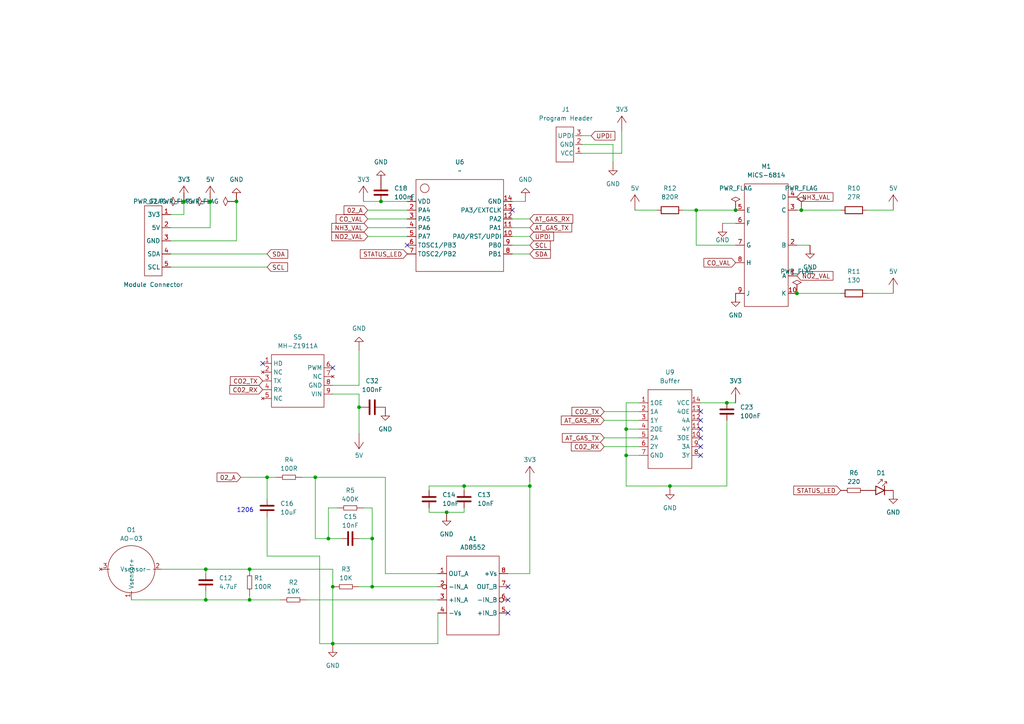
<source format=kicad_sch>
(kicad_sch (version 20250114) (generator "eeschema") (generator_version "9.0")
  (paper "A4")
  (lib_symbols
    (symbol "Device:C" (pin_numbers (hide yes)) (pin_names (offset 0.254))
      (property "Reference" "C" (at 0.635 2.54 0))
      (property "Value" "C" (at 0.635 -2.54 0))
      (symbol "C_0_1"
        (polyline (pts (xy -2.032 0.762) (xy 2.032 0.762)) (stroke (width 0.508)))
        (polyline (pts (xy -2.032 -0.762) (xy 2.032 -0.762)) (stroke (width 0.508)))
      )
      (symbol "C_1_1"
        (pin passive line (at 0 3.81 270) (length 2.794) (name "~") (number "1"))
        (pin passive line (at 0 -3.81 90) (length 2.794) (name "~") (number "2"))
      )
    )
    (symbol "Device:R" (pin_numbers (hide yes)) (pin_names (offset 0))
      (property "Reference" "R" (at 2.032 0 90))
      (property "Value" "R" (at 0 0 90))
      (symbol "R_0_1"
        (rectangle (start -1.016 -2.54) (end 1.016 2.54) (stroke (width 0.254)))
      )
      (symbol "R_1_1"
        (pin passive line (at 0 3.81 270) (length 1.27) (name "~") (number "1"))
        (pin passive line (at 0 -3.81 90) (length 1.27) (name "~") (number "2"))
      )
    )
    (symbol "air_sens_lib:AD8552"
      (property "Reference" "A" (at 0 0 0))
      (symbol "AD8552_0_1"
        (rectangle (start -5.08 25.4) (end 10.16 2.54))
      )
      (symbol "AD8552_1_1"
        (pin output line (at -7.62 20.32 0) (length 2.54) (name "OUT_A") (number "1"))
        (pin input inverted (at -7.62 16.51 0) (length 2.54) (name "-IN_A") (number "2"))
        (pin input line (at -7.62 12.7 0) (length 2.54) (name "+IN_A") (number "3"))
        (pin power_in line (at -7.62 8.89 0) (length 2.54) (name "-Vs") (number "4"))
        (pin power_in line (at 12.7 20.32 180) (length 2.54) (name "+Vs") (number "8"))
        (pin output line (at 12.7 16.51 180) (length 2.54) (name "OUT_B") (number "7"))
        (pin input inverted (at 12.7 12.7 180) (length 2.54) (name "-IN_B") (number "6"))
        (pin input line (at 12.7 8.89 180) (length 2.54) (name "+IN_B") (number "5"))
      )
    )
    (symbol "air_sens_lib:AO_03"
      (property "Reference" "O" (at 0 -9.144 0))
      (symbol "AO_03_0_1"
        (circle (center 0 2.54) (radius 6.8392))
      )
      (symbol "AO_03_1_1"
        (pin no_connect line (at -8.89 2.54 0) (length 2.54) (name "") (number "3"))
        (pin passive line (at 0 11.43 270) (length 2.54) (name "Vsensor+") (number "1"))
        (pin passive line (at 8.89 2.54 180) (length 2.54) (name "Vsensor-") (number "2"))
      )
    )
    (symbol "air_sens_lib:ATtiny1614"
      (property "Reference" "U" (at 0 0 0))
      (symbol "ATtiny1614_0_1"
        (rectangle (start -13.97 31.75) (end 11.43 5.08))
        (circle (center -11.43 29.21) (radius 1.27))
      )
      (symbol "ATtiny1614_1_1"
        (pin power_in line (at -16.51 25.4 0) (length 2.54) (name "VDD") (number "1"))
        (pin bidirectional line (at -16.51 22.86 0) (length 2.54) (name "PA4") (number "2"))
        (pin bidirectional line (at -16.51 20.32 0) (length 2.54) (name "PA5") (number "3"))
        (pin bidirectional line (at -16.51 17.78 0) (length 2.54) (name "PA6") (number "4"))
        (pin bidirectional line (at -16.51 15.24 0) (length 2.54) (name "PA7") (number "5"))
        (pin bidirectional line (at -16.51 12.7 0) (length 2.54) (name "TOSC1/PB3") (number "6"))
        (pin bidirectional line (at -16.51 10.16 0) (length 2.54) (name "TOSC2/PB2") (number "7"))
        (pin power_in line (at 13.97 25.4 180) (length 2.54) (name "GND") (number "14"))
        (pin bidirectional line (at 13.97 22.86 180) (length 2.54) (name "PA3/EXTCLK") (number "13"))
        (pin bidirectional line (at 13.97 20.32 180) (length 2.54) (name "PA2") (number "12"))
        (pin bidirectional line (at 13.97 17.78 180) (length 2.54) (name "PA1") (number "11"))
        (pin bidirectional line (at 13.97 15.24 180) (length 2.54) (name "PA0/RST/UPDI") (number "10"))
        (pin bidirectional line (at 13.97 12.7 180) (length 2.54) (name "PB0") (number "9"))
        (pin bidirectional line (at 13.97 10.16 180) (length 2.54) (name "PB1") (number "8"))
      )
    )
    (symbol "air_sens_lib:ATtiny1614_programming_header"
      (property "Reference" "J" (at 0 0 0))
      (symbol "ATtiny1614_programming_header_0_1"
        (rectangle (start 0 16.51) (end 5.08 6.35))
      )
      (symbol "ATtiny1614_programming_header_1_1"
        (pin power_in line (at -2.54 13.97 0) (length 2) (name "VCC") (number "1"))
        (pin power_in line (at -2.54 11.43 0) (length 2) (name "GND") (number "2"))
        (pin bidirectional line (at -2.54 8.89 0) (length 2) (name "UPDI") (number "3"))
      )
    )
    (symbol "air_sens_lib:MH-Z1911A"
      (property "Reference" "S" (at 2.54 1.27 0))
      (symbol "MH-Z1911A_0_1"
        (rectangle (start -5.08 19.05) (end 10.16 3.81))
      )
      (symbol "MH-Z1911A_1_1"
        (pin bidirectional line (at -7.62 16.51 0) (length 2.54) (name "HD") (number "1"))
        (pin no_connect line (at -7.62 13.97 0) (length 2.54) (name "NC") (number "2"))
        (pin bidirectional line (at -7.62 11.43 0) (length 2.54) (name "TX") (number "3"))
        (pin input line (at -7.62 8.89 0) (length 2.54) (name "RX") (number "4"))
        (pin no_connect line (at -7.62 6.35 0) (length 2.54) (name "NC") (number "5"))
        (pin bidirectional line (at 12.7 15.24 180) (length 2.54) (name "PWM") (number "6"))
        (pin no_connect line (at 12.7 12.7 180) (length 2.54) (name "NC") (number "7"))
        (pin power_in line (at 12.7 10.16 180) (length 2.54) (name "GND") (number "8"))
        (pin power_in line (at 12.7 7.62 180) (length 2.54) (name "VIN") (number "9"))
      )
    )
    (symbol "air_sens_lib:MiCS-6814"
      (property "Reference" "M" (at 0 0 0))
      (symbol "MiCS-6814_0_1"
        (rectangle (start -8.89 38.1) (end 3.81 2.54))
      )
      (symbol "MiCS-6814_1_1"
        (pin power_in line (at -11.43 30.48 0) (length 2.54) (name "E") (number "5"))
        (pin power_in line (at -11.43 26.67 0) (length 2.54) (name "F") (number "6"))
        (pin power_in line (at -11.43 20.32 0) (length 2.54) (name "G") (number "7"))
        (pin output line (at -11.43 15.24 0) (length 2.54) (name "H") (number "8"))
        (pin power_in line (at -11.43 6.35 0) (length 2.54) (name "J") (number "9"))
        (pin output line (at 6.35 34.29 180) (length 2.54) (name "D") (number "4"))
        (pin power_in line (at 6.35 30.48 180) (length 2.54) (name "C") (number "3"))
        (pin power_in line (at 6.35 20.32 180) (length 2.54) (name "B") (number "2"))
        (pin output line (at 6.35 11.43 180) (length 2.54) (name "A") (number "1"))
        (pin power_in line (at 6.35 6.35 180) (length 2.54) (name "K") (number "10"))
      )
    )
    (symbol "air_sens_lib:SN74LVC125"
      (property "Reference" "U" (at 2.286 0 0))
      (symbol "SN74LVC125_0_1"
        (rectangle (start -3.81 25.4) (end 8.89 2.54))
      )
      (symbol "SN74LVC125_1_1"
        (pin input line (at -6.35 21.59 0) (length 2.54) (name "1OE") (number "1"))
        (pin input line (at -6.35 19.05 0) (length 2.54) (name "1A") (number "2"))
        (pin output line (at -6.35 16.51 0) (length 2.54) (name "1Y") (number "3"))
        (pin input line (at -6.35 13.97 0) (length 2.54) (name "2OE") (number "4"))
        (pin input line (at -6.35 11.43 0) (length 2.54) (name "2A") (number "5"))
        (pin output line (at -6.35 8.89 0) (length 2.54) (name "2Y") (number "6"))
        (pin power_in line (at -6.35 6.35 0) (length 2.54) (name "GND") (number "7"))
        (pin power_in line (at 11.43 21.59 180) (length 2.54) (name "VCC") (number "14"))
        (pin input line (at 11.43 19.05 180) (length 2.54) (name "4OE") (number "13"))
        (pin input line (at 11.43 16.51 180) (length 2.54) (name "4A") (number "12"))
        (pin output line (at 11.43 13.97 180) (length 2.54) (name "4Y") (number "11"))
        (pin input line (at 11.43 11.43 180) (length 2.54) (name "3OE") (number "10"))
        (pin input line (at 11.43 8.89 180) (length 2.54) (name "3A") (number "9"))
        (pin output line (at 11.43 6.35 180) (length 2.54) (name "3Y") (number "8"))
      )
    )
    (symbol "air_sens_lib:module_gpio"
      (property "Reference" "G" (at 5.842 3.048 0))
      (symbol "module_gpio_0_1"
        (rectangle (start 7.62 26.67) (end 2.54 6.35))
      )
      (symbol "module_gpio_1_1"
        (pin power_in line (at 10.16 24.13 180) (length 2.54) (name "3V3") (number "1"))
        (pin power_in line (at 10.16 20.32 180) (length 2.54) (name "5V") (number "2"))
        (pin power_in line (at 10.16 16.51 180) (length 2.54) (name "GND") (number "3"))
        (pin bidirectional line (at 10.16 12.7 180) (length 2.54) (name "SDA") (number "4"))
        (pin bidirectional line (at 10.16 8.89 180) (length 2.54) (name "SCL") (number "5"))
      )
    )
    (symbol "common:Capacitor" (pin_numbers (hide yes))
      (property "Reference" "C" (at 0 3.5 0))
      (property "Value" "F" (at 0 -4 0))
      (symbol "Capacitor_1_1"
        (polyline (pts (xy -0.635 1.905) (xy -0.635 -1.905)) (stroke (width 0.5)))
        (polyline (pts (xy 0.635 1.905) (xy 0.635 -1.905)) (stroke (width 0.5)))
        (pin passive line (at -2.54 0 0) (length 1.9) (name "~") (number "1"))
        (pin passive line (at 2.54 0 180) (length 1.9) (name "~") (number "2"))
      )
    )
    (symbol "common:LED" (pin_numbers (hide yes)) (pin_names (hide yes))
      (property "Reference" "D" (at 0 2 0))
      (symbol "LED_1_1"
        (polyline (pts (xy -1.27 1.27) (xy -1.27 -1.27)) (stroke (width 0.25)))
        (polyline (pts (xy -1.27 0) (xy 1.27 1.27) (xy 1.27 -1.27) (xy -1.27 0)) (stroke (width 0.25)))
        (polyline (pts (xy -1.27 -2.54) (xy -1.905 -2.54) (xy -1.905 -1.905)))
        (polyline (pts (xy -0.635 -1.27) (xy -1.905 -2.54)))
        (polyline (pts (xy 0 -3.175) (xy -0.635 -3.175) (xy -0.635 -2.54)))
        (polyline (pts (xy 0.635 -1.905) (xy -0.635 -3.175)))
        (pin passive line (at -3.81 0 0) (length 2.54) (name "K") (number "1"))
        (pin passive line (at 3.81 0 180) (length 2.54) (name "A") (number "2"))
      )
    )
    (symbol "common:Resistor" (pin_numbers (hide yes))
      (property "Reference" "R" (at 0 -2 0))
      (property "Value" "Ohm" (at 0 2 0))
      (symbol "Resistor_0_1"
        (rectangle (start -1.905 0.635) (end 1.905 -0.635))
      )
      (symbol "Resistor_1_1"
        (pin passive line (at -3.81 0 0) (length 1.9) (name "~") (number "1"))
        (pin passive line (at 3.81 0 180) (length 1.9) (name "~") (number "2"))
      )
    )
    (symbol "pwr:+3.3V" (power) (pin_numbers (hide yes)) (in_bom no) (on_board no)
      (property "Value" "3V3" (at 0 3 0))
      (symbol "+3.3V_0_1"
        (polyline (pts (xy 0 1.905) (xy -1.27 0)))
        (polyline (pts (xy 0 1.905) (xy 1.27 0)))
        (polyline (pts (xy 0 0) (xy 0 1.905)))
      )
      (symbol "+3.3V_1_1"
        (pin power_in line (at 0 -2.54 90) (length 2.54) (name "~") (number "1"))
      )
    )
    (symbol "pwr:+5V" (power) (pin_numbers (hide yes)) (in_bom no) (on_board no)
      (property "Value" "5V" (at 0 3 0))
      (symbol "+5V_0_1"
        (polyline (pts (xy 0 1.905) (xy -1.27 0)))
        (polyline (pts (xy 0 1.905) (xy 1.27 0)))
        (polyline (pts (xy 0 0) (xy 0 1.905)))
      )
      (symbol "+5V_1_1"
        (pin power_in line (at 0 -2.54 90) (length 2.54) (name "~") (number "1"))
      )
    )
    (symbol "pwr:GND" (power) (pin_numbers (hide yes)) (in_bom no) (on_board no)
      (property "Value" "GND" (at 0 -2.5 0))
      (symbol "GND_0_1"
        (polyline (pts (xy 0 0) (xy 1.27 0) (xy 0 -1.27) (xy -1.27 0) (xy 0 0)))
      )
      (symbol "GND_1_1"
        (pin power_in line (at 0 2.54 270) (length 2.54) (name "~") (number "1"))
      )
    )
    (symbol "pwr:PWR_FLAG" (power) (pin_numbers (hide yes)) (in_bom no) (on_board no)
      (property "Value" "PWR_FLAG" (at 0 2.5 0))
      (symbol "PWR_FLAG_0_1"
        (polyline (pts (xy 0 1.27) (xy -1.27 0.635) (xy 0 0) (xy 1.27 0.635) (xy 0 1.27)))
      )
      (symbol "PWR_FLAG_1_1"
        (pin power_out line (at 0 -2.54 90) (length 2.54) (name "~") (number "1"))
      )
    )
  )
  (text "1206" (at 71.12 148.082 0) (effects (font (size 1.27 1.27))))
  (junction (at 53.34 58.42))
  (junction (at 91.44 138.43))
  (junction (at 95.25 156.21))
  (junction (at 59.69 165.1))
  (junction (at 181.61 132.08))
  (junction (at 210.82 116.84))
  (junction (at 213.36 60.96))
  (junction (at 231.14 85.09))
  (junction (at 129.54 148.59))
  (junction (at 60.96 58.42))
  (junction (at 107.95 156.21))
  (junction (at 201.93 60.96))
  (junction (at 72.39 173.99))
  (junction (at 107.95 170.18))
  (junction (at 194.31 140.97))
  (junction (at 181.61 124.46))
  (junction (at 96.52 170.18))
  (junction (at 134.62 140.97))
  (junction (at 232.41 60.96))
  (junction (at 96.52 186.69))
  (junction (at 153.67 140.97))
  (junction (at 110.49 58.42))
  (junction (at 72.39 165.1))
  (junction (at 68.58 58.42))
  (junction (at 59.69 173.99))
  (junction (at 104.14 118.11))
  (junction (at 77.47 138.43))
  (no_connect (at 203.2 127))
  (no_connect (at 203.2 119.38))
  (no_connect (at 203.2 129.54))
  (no_connect (at 96.52 106.68))
  (no_connect (at 203.2 121.92))
  (no_connect (at 203.2 124.46))
  (no_connect (at 76.2 105.41))
  (no_connect (at 147.32 177.8))
  (no_connect (at 148.59 60.96))
  (no_connect (at 118.11 71.12))
  (no_connect (at 203.2 132.08))
  (no_connect (at 147.32 173.99))
  (no_connect (at 147.32 170.18))
  (wire (pts (xy 96.52 165.1) (xy 96.52 170.18)))
  (wire (pts (xy 129.54 148.59) (xy 134.62 148.59)))
  (wire (pts (xy 95.25 156.21) (xy 91.44 156.21)))
  (wire (pts (xy 77.47 149.86) (xy 77.47 161.29)))
  (wire (pts (xy 77.47 138.43) (xy 80.01 138.43)))
  (wire (pts (xy 106.68 60.96) (xy 118.11 60.96)))
  (wire (pts (xy 168.91 41.91) (xy 177.8 41.91)))
  (wire (pts (xy 92.71 161.29) (xy 92.71 186.69)))
  (wire (pts (xy 153.67 166.37) (xy 153.67 140.97)))
  (wire (pts (xy 171.45 39.37) (xy 168.91 39.37)))
  (wire (pts (xy 213.36 71.12) (xy 201.93 71.12)))
  (wire (pts (xy 127 186.69) (xy 96.52 186.69)))
  (wire (pts (xy 104.14 170.18) (xy 107.95 170.18)))
  (wire (pts (xy 231.14 85.09) (xy 243.84 85.09)))
  (wire (pts (xy 106.68 68.58) (xy 118.11 68.58)))
  (wire (pts (xy 72.39 173.99) (xy 81.28 173.99)))
  (wire (pts (xy 107.95 170.18) (xy 107.95 156.21)))
  (wire (pts (xy 38.1 173.99) (xy 59.69 173.99)))
  (wire (pts (xy 72.39 173.99) (xy 72.39 172.72)))
  (wire (pts (xy 181.61 124.46) (xy 181.61 132.08)))
  (wire (pts (xy 147.32 166.37) (xy 153.67 166.37)))
  (wire (pts (xy 77.47 161.29) (xy 92.71 161.29)))
  (wire (pts (xy 127 166.37) (xy 111.76 166.37)))
  (wire (pts (xy 104.14 156.21) (xy 107.95 156.21)))
  (wire (pts (xy 92.71 186.69) (xy 96.52 186.69)))
  (wire (pts (xy 185.42 124.46) (xy 181.61 124.46)))
  (wire (pts (xy 148.59 68.58) (xy 153.67 68.58)))
  (wire (pts (xy 110.49 58.42) (xy 118.11 58.42)))
  (wire (pts (xy 88.9 173.99) (xy 127 173.99)))
  (wire (pts (xy 251.46 60.96) (xy 259.08 60.96)))
  (wire (pts (xy 231.14 60.96) (xy 232.41 60.96)))
  (wire (pts (xy 184.15 60.96) (xy 190.5 60.96)))
  (wire (pts (xy 168.91 44.45) (xy 180.34 44.45)))
  (wire (pts (xy 97.79 147.32) (xy 95.25 147.32)))
  (wire (pts (xy 111.76 138.43) (xy 91.44 138.43)))
  (wire (pts (xy 107.95 147.32) (xy 105.41 147.32)))
  (wire (pts (xy 185.42 116.84) (xy 181.61 116.84)))
  (wire (pts (xy 209.55 64.77) (xy 213.36 64.77)))
  (wire (pts (xy 107.95 170.18) (xy 127 170.18)))
  (wire (pts (xy 201.93 60.96) (xy 213.36 60.96)))
  (wire (pts (xy 124.46 148.59) (xy 129.54 148.59)))
  (wire (pts (xy 104.14 118.11) (xy 104.14 114.3)))
  (wire (pts (xy 148.59 66.04) (xy 153.67 66.04)))
  (wire (pts (xy 181.61 140.97) (xy 194.31 140.97)))
  (wire (pts (xy 59.69 165.1) (xy 72.39 165.1)))
  (wire (pts (xy 77.47 138.43) (xy 77.47 144.78)))
  (wire (pts (xy 69.85 138.43) (xy 77.47 138.43)))
  (wire (pts (xy 181.61 132.08) (xy 181.61 140.97)))
  (wire (pts (xy 104.14 118.11) (xy 104.14 125.73)))
  (wire (pts (xy 134.62 140.97) (xy 153.67 140.97)))
  (wire (pts (xy 53.34 62.23) (xy 53.34 58.42)))
  (wire (pts (xy 59.69 165.1) (xy 59.69 166.37)))
  (wire (pts (xy 148.59 63.5) (xy 153.67 63.5)))
  (wire (pts (xy 185.42 132.08) (xy 181.61 132.08)))
  (wire (pts (xy 59.69 173.99) (xy 72.39 173.99)))
  (wire (pts (xy 127 177.8) (xy 127 186.69)))
  (wire (pts (xy 46.99 165.1) (xy 59.69 165.1)))
  (wire (pts (xy 124.46 140.97) (xy 134.62 140.97)))
  (wire (pts (xy 175.26 121.92) (xy 185.42 121.92)))
  (wire (pts (xy 59.69 173.99) (xy 59.69 171.45)))
  (wire (pts (xy 124.46 140.97) (xy 124.46 142.24)))
  (wire (pts (xy 104.14 111.76) (xy 104.14 101.6)))
  (wire (pts (xy 60.96 66.04) (xy 60.96 58.42)))
  (wire (pts (xy 251.46 85.09) (xy 259.08 85.09)))
  (wire (pts (xy 106.68 66.04) (xy 118.11 66.04)))
  (wire (pts (xy 175.26 119.38) (xy 185.42 119.38)))
  (wire (pts (xy 134.62 148.59) (xy 134.62 147.32)))
  (wire (pts (xy 68.58 69.85) (xy 68.58 58.42)))
  (wire (pts (xy 201.93 71.12) (xy 201.93 60.96)))
  (wire (pts (xy 49.53 62.23) (xy 53.34 62.23)))
  (wire (pts (xy 106.68 63.5) (xy 118.11 63.5)))
  (wire (pts (xy 105.41 58.42) (xy 110.49 58.42)))
  (wire (pts (xy 198.12 60.96) (xy 201.93 60.96)))
  (wire (pts (xy 134.62 142.24) (xy 134.62 140.97)))
  (wire (pts (xy 180.34 44.45) (xy 180.34 38.1)))
  (wire (pts (xy 210.82 116.84) (xy 213.36 116.84)))
  (wire (pts (xy 96.52 111.76) (xy 104.14 111.76)))
  (wire (pts (xy 232.41 60.96) (xy 243.84 60.96)))
  (wire (pts (xy 72.39 165.1) (xy 96.52 165.1)))
  (wire (pts (xy 49.53 73.66) (xy 77.47 73.66)))
  (wire (pts (xy 49.53 77.47) (xy 77.47 77.47)))
  (wire (pts (xy 153.67 71.12) (xy 148.59 71.12)))
  (wire (pts (xy 124.46 148.59) (xy 124.46 147.32)))
  (wire (pts (xy 153.67 73.66) (xy 148.59 73.66)))
  (wire (pts (xy 175.26 129.54) (xy 185.42 129.54)))
  (wire (pts (xy 107.95 156.21) (xy 107.95 147.32)))
  (wire (pts (xy 203.2 116.84) (xy 210.82 116.84)))
  (wire (pts (xy 181.61 116.84) (xy 181.61 124.46)))
  (wire (pts (xy 210.82 140.97) (xy 194.31 140.97)))
  (wire (pts (xy 152.4 58.42) (xy 148.59 58.42)))
  (wire (pts (xy 104.14 114.3) (xy 96.52 114.3)))
  (wire (pts (xy 234.95 71.12) (xy 231.14 71.12)))
  (wire (pts (xy 177.8 41.91) (xy 177.8 46.99)))
  (wire (pts (xy 49.53 66.04) (xy 60.96 66.04)))
  (wire (pts (xy 153.67 140.97) (xy 153.67 139.7)))
  (wire (pts (xy 210.82 121.92) (xy 210.82 140.97)))
  (wire (pts (xy 91.44 138.43) (xy 87.63 138.43)))
  (wire (pts (xy 99.06 156.21) (xy 95.25 156.21)))
  (wire (pts (xy 95.25 147.32) (xy 95.25 156.21)))
  (wire (pts (xy 96.52 170.18) (xy 96.52 186.69)))
  (wire (pts (xy 49.53 69.85) (xy 68.58 69.85)))
  (wire (pts (xy 91.44 156.21) (xy 91.44 138.43)))
  (wire (pts (xy 111.76 166.37) (xy 111.76 138.43)))
  (wire (pts (xy 175.26 127) (xy 185.42 127)))
  (global_label "STATUS_LED" (shape input) (at 243.84 142.24 180) (property "Intersheetrefs" "${INTERSHEET_REFS}" (effects (hide yes))))
  (global_label "SDA" (shape input) (at 153.67 73.66 0) (property "Intersheetrefs" "${INTERSHEET_REFS}" (effects (hide yes))))
  (global_label "02_A" (shape input) (at 69.85 138.43 180) (property "Intersheetrefs" "${INTERSHEET_REFS}" (effects (hide yes))))
  (global_label "SCL" (shape input) (at 153.67 71.12 0) (property "Intersheetrefs" "${INTERSHEET_REFS}" (effects (hide yes))))
  (global_label "CO_VAL" (shape input) (at 106.68 63.5 180) (property "Intersheetrefs" "${INTERSHEET_REFS}" (effects (hide yes))))
  (global_label "C02_RX" (shape input) (at 175.26 129.54 180) (property "Intersheetrefs" "${INTERSHEET_REFS}" (effects (hide yes))))
  (global_label "C02_RX" (shape input) (at 76.2 113.03 180) (property "Intersheetrefs" "${INTERSHEET_REFS}" (effects (hide yes))))
  (global_label "UPDI" (shape input) (at 153.67 68.58 0) (property "Intersheetrefs" "${INTERSHEET_REFS}" (effects (hide yes))))
  (global_label "02_A" (shape input) (at 106.68 60.96 180) (property "Intersheetrefs" "${INTERSHEET_REFS}" (effects (hide yes))))
  (global_label "CO2_TX" (shape input) (at 175.26 119.38 180) (property "Intersheetrefs" "${INTERSHEET_REFS}" (effects (hide yes))))
  (global_label "NH3_VAL" (shape input) (at 106.68 66.04 180) (property "Intersheetrefs" "${INTERSHEET_REFS}" (effects (hide yes))))
  (global_label "CO_VAL" (shape input) (at 213.36 76.2 180) (property "Intersheetrefs" "${INTERSHEET_REFS}" (effects (hide yes))))
  (global_label "NH3_VAL" (shape input) (at 231.14 57.15 0) (property "Intersheetrefs" "${INTERSHEET_REFS}" (effects (hide yes))))
  (global_label "UPDI" (shape input) (at 171.45 39.37 0) (property "Intersheetrefs" "${INTERSHEET_REFS}" (effects (hide yes))))
  (global_label "AT_GAS_RX" (shape input) (at 175.26 121.92 180) (property "Intersheetrefs" "${INTERSHEET_REFS}" (effects (hide yes))))
  (global_label "SCL" (shape input) (at 77.47 77.47 0) (property "Intersheetrefs" "${INTERSHEET_REFS}" (effects (hide yes))))
  (global_label "NO2_VAL" (shape input) (at 106.68 68.58 180) (property "Intersheetrefs" "${INTERSHEET_REFS}" (effects (hide yes))))
  (global_label "AT_GAS_TX" (shape input) (at 175.26 127 180) (property "Intersheetrefs" "${INTERSHEET_REFS}" (effects (hide yes))))
  (global_label "AT_GAS_RX" (shape input) (at 153.67 63.5 0) (property "Intersheetrefs" "${INTERSHEET_REFS}" (effects (hide yes))))
  (global_label "NO2_VAL" (shape input) (at 231.14 80.01 0) (property "Intersheetrefs" "${INTERSHEET_REFS}" (effects (hide yes))))
  (global_label "CO2_TX" (shape input) (at 76.2 110.49 180) (property "Intersheetrefs" "${INTERSHEET_REFS}" (effects (hide yes))))
  (global_label "STATUS_LED" (shape input) (at 118.11 73.66 180) (property "Intersheetrefs" "${INTERSHEET_REFS}" (effects (hide yes))))
  (global_label "AT_GAS_TX" (shape input) (at 153.67 66.04 0) (property "Intersheetrefs" "${INTERSHEET_REFS}" (effects (hide yes))))
  (global_label "SDA" (shape input) (at 77.47 73.66 0) (property "Intersheetrefs" "${INTERSHEET_REFS}" (effects (hide yes))))
  (symbol (lib_id "common:Capacitor") (at 59.69 168.91 90) (unit 1)
    (property "Reference" "C12" (at 63.5 167.6399 90) (effects (justify right)))
    (property "Value" "4.7uF" (at 63.5 170.1799 90) (effects (justify right)))
    (property "Footprint" "common:C_0805" (effects (hide yes)))
    (property "Description" "Unpolarized Capacitor" (effects (hide yes)))
  )
  (symbol (lib_id "pwr:GND") (at 96.52 189.23 0) (unit 1) (in_bom no) (on_board no)
    (property "Reference" "#GND01" (effects (hide yes)))
    (property "Value" "GND" (at 96.52 193.04 0))
    (property "Description" "Ground" (effects (hide yes)))
  )
  (symbol (lib_id "pwr:PWR_FLAG") (at 50.8 58.42 90) (unit 1) (in_bom no) (on_board no)
    (property "Reference" "#FLAG01" (effects (hide yes)))
    (property "Value" "PWR_FLAG" (at 48.26 58.4199 90) (effects (justify left)))
    (property "Description" "Power Flag" (effects (hide yes)))
  )
  (symbol (lib_id "common:Resistor") (at 72.39 168.91 270) (unit 1)
    (property "Reference" "R1" (at 73.66 167.6399 90) (effects (justify left)))
    (property "Value" "100R" (at 73.66 170.1799 90) (effects (justify left)))
    (property "Footprint" "common:R_0603" (effects (hide yes)))
    (property "Description" "Resistor" (effects (hide yes)))
  )
  (symbol (lib_id "common:Resistor") (at 100.33 170.18 0) (unit 1)
    (property "Reference" "R3" (at 100.33 165.1 0))
    (property "Value" "10K" (at 100.33 167.64 0))
    (property "Footprint" "common:R_0603" (effects (hide yes)))
    (property "Description" "Resistor" (effects (hide yes)))
  )
  (symbol (lib_id "pwr:GND") (at 194.31 143.51 0) (unit 1) (in_bom no) (on_board no)
    (property "Reference" "#GND012" (effects (hide yes)))
    (property "Value" "GND" (at 194.31 147.32 0))
    (property "Description" "Ground" (effects (hide yes)))
  )
  (symbol (lib_id "common:Capacitor") (at 210.82 119.38 90) (unit 1)
    (property "Reference" "C23" (at 214.63 118.1099 90) (effects (justify right)))
    (property "Value" "100nF" (at 214.63 120.6499 90) (effects (justify right)))
    (property "Footprint" "common:C_0603" (effects (hide yes)))
    (property "Description" "Unpolarized Capacitor" (effects (hide yes)))
  )
  (symbol (lib_id "pwr:GND") (at 209.55 67.31 0) (unit 1) (in_bom no) (on_board no)
    (property "Reference" "#GND029" (effects (hide yes)))
    (property "Value" "GND" (at 209.55 69.596 0))
    (property "Description" "Ground" (effects (hide yes)))
  )
  (symbol (lib_id "pwr:GND") (at 104.14 99.06 180) (unit 1) (in_bom no) (on_board no)
    (property "Reference" "#GND025" (effects (hide yes)))
    (property "Value" "GND" (at 104.14 95.25 0))
    (property "Description" "Ground" (effects (hide yes)))
  )
  (symbol (lib_id "common:Capacitor") (at 101.6 156.21 0) (unit 1)
    (property "Reference" "C15" (at 101.6 149.86 0))
    (property "Value" "10nF" (at 101.6 152.4 0))
    (property "Footprint" "common:C_0603" (effects (hide yes)))
    (property "Description" "Unpolarized Capacitor" (effects (hide yes)))
  )
  (symbol (lib_id "pwr:GND") (at 234.95 73.66 0) (unit 1) (in_bom no) (on_board no)
    (property "Reference" "#GND028" (effects (hide yes)))
    (property "Value" "GND" (at 234.95 77.47 0))
    (property "Description" "Ground" (effects (hide yes)))
  )
  (symbol (lib_id "pwr:+5V") (at 184.15 58.42 0) (unit 1) (in_bom no) (on_board no)
    (property "Reference" "#5V012" (effects (hide yes)))
    (property "Value" "5V" (at 184.15 54.61 0))
    (property "Description" "+5V" (effects (hide yes)))
  )
  (symbol (lib_id "pwr:GND") (at 129.54 151.13 0) (unit 1) (in_bom no) (on_board no)
    (property "Reference" "#GND02" (effects (hide yes)))
    (property "Value" "GND" (at 129.54 154.94 0))
    (property "Description" "Ground" (effects (hide yes)))
  )
  (symbol (lib_id "pwr:GND") (at 111.76 120.65 0) (unit 1) (in_bom no) (on_board no)
    (property "Reference" "#GND041" (effects (hide yes)))
    (property "Value" "GND" (at 111.76 124.46 0))
    (property "Description" "Ground" (effects (hide yes)))
  )
  (symbol (lib_id "common:Capacitor") (at 110.49 55.88 90) (unit 1)
    (property "Reference" "C18" (at 114.3 54.6099 90) (effects (justify right)))
    (property "Value" "100nF" (at 114.3 57.1499 90) (effects (justify right)))
    (property "Footprint" "common:C_0603" (effects (hide yes)))
    (property "Description" "Unpolarized Capacitor" (effects (hide yes)))
  )
  (symbol (lib_id "Device:C") (at 107.95 118.11 90) (unit 1)
    (property "Reference" "C32" (at 107.95 110.49 90))
    (property "Value" "100nF" (at 107.95 113.03 90))
    (property "Footprint" "common:C_0603" (effects (hide yes)))
    (property "Description" "Unpolarized capacitor" (effects (hide yes)))
  )
  (symbol (lib_id "air_sens_lib:ATtiny1614") (at 134.62 83.82 0) (unit 1)
    (property "Reference" "U6" (at 133.35 46.99 0))
    (property "Value" "~" (at 133.35 49.53 0))
    (property "Footprint" "air_sens_foots:ATtiny1614" (effects (hide yes)))
  )
  (symbol (lib_id "common:Resistor") (at 247.65 142.24 0) (unit 1)
    (property "Reference" "R6" (at 247.65 137.16 0))
    (property "Value" "220" (at 247.65 139.7 0))
    (property "Footprint" "common:R_0603" (effects (hide yes)))
    (property "Description" "Resistor" (effects (hide yes)))
  )
  (symbol (lib_id "Device:R") (at 247.65 85.09 90) (unit 1)
    (property "Reference" "R11" (at 247.65 78.74 90))
    (property "Value" "130" (at 247.65 81.28 90))
    (property "Footprint" "common:R_0603" (effects (hide yes)))
    (property "Description" "Resistor" (effects (hide yes)))
  )
  (symbol (lib_id "pwr:PWR_FLAG") (at 66.04 58.42 90) (unit 1) (in_bom no) (on_board no)
    (property "Reference" "#FLAG03" (effects (hide yes)))
    (property "Value" "PWR_FLAG" (at 63.5 58.4199 90) (effects (justify left)))
    (property "Description" "Power Flag" (effects (hide yes)))
  )
  (symbol (lib_id "air_sens_lib:MiCS-6814") (at 224.79 91.44 0) (unit 1)
    (property "Reference" "M1" (at 222.25 48.26 0))
    (property "Value" "MiCS-6814" (at 222.25 50.8 0))
    (property "Footprint" "air_sens_foots:MiCS-6814" (effects (hide yes)))
  )
  (symbol (lib_id "pwr:+3.3V") (at 153.67 137.16 0) (unit 1) (in_bom no) (on_board no)
    (property "Reference" "#3V020" (effects (hide yes)))
    (property "Value" "3V3" (at 153.67 133.35 0))
    (property "Description" "+3.3V" (effects (hide yes)))
  )
  (symbol (lib_id "pwr:+3.3V") (at 53.34 55.88 0) (unit 1) (in_bom no) (on_board no)
    (property "Reference" "#3V016" (effects (hide yes)))
    (property "Value" "3V3" (at 53.34 52.07 0))
    (property "Description" "+3.3V" (effects (hide yes)))
  )
  (symbol (lib_id "air_sens_lib:AD8552") (at 134.62 186.69 0) (unit 1)
    (property "Reference" "A1" (at 137.16 156.21 0))
    (property "Value" "AD8552" (at 137.16 158.75 0))
    (property "Footprint" "air_sens_foots:AD8552" (effects (hide yes)))
  )
  (symbol (lib_id "pwr:+5V") (at 60.96 55.88 0) (unit 1) (in_bom no) (on_board no)
    (property "Reference" "#5V011" (effects (hide yes)))
    (property "Value" "5V" (at 60.96 52.07 0))
    (property "Description" "+5V" (effects (hide yes)))
  )
  (symbol (lib_id "air_sens_lib:module_gpio") (at 39.37 86.36 0) (unit 1)
    (property "Reference" "G2" (at 44.45 58.42 0))
    (property "Value" "Module Connector" (at 44.45 82.55 0))
    (property "Footprint" "air_sens_foots:GPIO_HEADER" (effects (hide yes)))
  )
  (symbol (lib_id "common:Resistor") (at 101.6 147.32 0) (unit 1)
    (property "Reference" "R5" (at 101.6 142.24 0))
    (property "Value" "400K" (at 101.6 144.78 0))
    (property "Footprint" "common:R_0603" (effects (hide yes)))
    (property "Description" "Resistor" (effects (hide yes)))
  )
  (symbol (lib_id "pwr:GND") (at 259.08 144.78 0) (unit 1) (in_bom no) (on_board no)
    (property "Reference" "#GND05" (effects (hide yes)))
    (property "Value" "GND" (at 259.08 148.59 0))
    (property "Description" "Ground" (effects (hide yes)))
  )
  (symbol (lib_id "common:Resistor") (at 85.09 173.99 0) (unit 1)
    (property "Reference" "R2" (at 85.09 168.91 0))
    (property "Value" "10K" (at 85.09 171.45 0))
    (property "Footprint" "common:R_0603" (effects (hide yes)))
    (property "Description" "Resistor" (effects (hide yes)))
  )
  (symbol (lib_id "pwr:PWR_FLAG") (at 58.42 58.42 90) (unit 1) (in_bom no) (on_board no)
    (property "Reference" "#FLAG02" (effects (hide yes)))
    (property "Value" "PWR_FLAG" (at 55.88 58.4199 90) (effects (justify left)))
    (property "Description" "Power Flag" (effects (hide yes)))
  )
  (symbol (lib_id "pwr:+5V") (at 104.14 128.27 180) (unit 1) (in_bom no) (on_board no)
    (property "Reference" "#5V015" (effects (hide yes)))
    (property "Value" "5V" (at 104.14 132.08 0))
    (property "Description" "+5V" (effects (hide yes)))
  )
  (symbol (lib_id "Device:R") (at 194.31 60.96 90) (unit 1)
    (property "Reference" "R12" (at 194.31 54.61 90))
    (property "Value" "820R" (at 194.31 57.15 90))
    (property "Footprint" "common:R_0603" (effects (hide yes)))
    (property "Description" "Resistor" (effects (hide yes)))
  )
  (symbol (lib_id "pwr:GND") (at 177.8 49.53 0) (unit 1) (in_bom no) (on_board no)
    (property "Reference" "#GND04" (effects (hide yes)))
    (property "Value" "GND" (at 177.8 53.34 0))
    (property "Description" "Ground" (effects (hide yes)))
  )
  (symbol (lib_id "air_sens_lib:ATtiny1614_programming_header") (at 166.37 30.48 180) (unit 1)
    (property "Reference" "J1" (at 164.1 31.75 0))
    (property "Value" "Program Header" (at 164.1 34.29 0))
    (property "Footprint" "air_sens_foots:ATtiny_Programming_Header" (effects (hide yes)))
  )
  (symbol (lib_id "common:LED") (at 255.27 142.24 180) (unit 1)
    (property "Reference" "D1" (at 255.525 137.16 0))
    (property "Footprint" "common:LED_3mm_THT" (effects (hide yes)))
    (property "Description" "Light-Emitting Diode" (effects (hide yes)))
  )
  (symbol (lib_id "Device:R") (at 247.65 60.96 90) (unit 1)
    (property "Reference" "R10" (at 247.65 54.61 90))
    (property "Value" "27R" (at 247.65 57.15 90))
    (property "Footprint" "common:R_0603" (effects (hide yes)))
    (property "Description" "Resistor" (effects (hide yes)))
  )
  (symbol (lib_id "pwr:PWR_FLAG") (at 232.41 58.42 0) (unit 1) (in_bom no) (on_board no)
    (property "Reference" "#FLAG06" (effects (hide yes)))
    (property "Value" "PWR_FLAG" (at 232.41 54.61 0))
    (property "Description" "Power Flag" (effects (hide yes)))
  )
  (symbol (lib_id "air_sens_lib:MH-Z1911A") (at 83.82 121.92 0) (unit 1)
    (property "Reference" "S5" (at 86.36 97.79 0))
    (property "Value" "MH-Z1911A" (at 86.36 100.33 0))
    (property "Footprint" "air_sens_foots:MH-Z1911A" (effects (hide yes)))
  )
  (symbol (lib_id "pwr:+3.3V") (at 105.41 55.88 0) (unit 1) (in_bom no) (on_board no)
    (property "Reference" "#3V017" (effects (hide yes)))
    (property "Value" "3V3" (at 105.41 52.07 0))
    (property "Description" "+3.3V" (effects (hide yes)))
  )
  (symbol (lib_id "pwr:+3.3V") (at 213.36 114.3 0) (unit 1) (in_bom no) (on_board no)
    (property "Reference" "#3V019" (effects (hide yes)))
    (property "Value" "3V3" (at 213.36 110.49 0))
    (property "Description" "+3.3V" (effects (hide yes)))
  )
  (symbol (lib_id "air_sens_lib:SN74LVC125") (at 191.77 138.43 0) (unit 1)
    (property "Reference" "U9" (at 194.31 107.95 0))
    (property "Value" "Buffer" (at 194.31 110.49 0))
    (property "Footprint" "air_sens_foots:SN74LVC125" (effects (hide yes)))
  )
  (symbol (lib_id "common:Capacitor") (at 77.47 147.32 90) (unit 1)
    (property "Reference" "C16" (at 81.28 146.0499 90) (effects (justify right)))
    (property "Value" "10uF" (at 81.28 148.5899 90) (effects (justify right)))
    (property "Footprint" "common:C_1206" (effects (hide yes)))
    (property "Description" "Unpolarized Capacitor" (effects (hide yes)))
  )
  (symbol (lib_id "pwr:GND") (at 213.36 87.63 0) (unit 1) (in_bom no) (on_board no)
    (property "Reference" "#GND030" (effects (hide yes)))
    (property "Value" "GND" (at 213.36 91.44 0))
    (property "Description" "Ground" (effects (hide yes)))
  )
  (symbol (lib_id "common:Resistor") (at 83.82 138.43 0) (unit 1)
    (property "Reference" "R4" (at 83.82 133.35 0))
    (property "Value" "100R" (at 83.82 135.89 0))
    (property "Footprint" "common:R_0603" (effects (hide yes)))
    (property "Description" "Resistor" (effects (hide yes)))
  )
  (symbol (lib_id "pwr:+5V") (at 259.08 82.55 0) (unit 1) (in_bom no) (on_board no)
    (property "Reference" "#5V014" (effects (hide yes)))
    (property "Value" "5V" (at 259.08 78.74 0))
    (property "Description" "+5V" (effects (hide yes)))
  )
  (symbol (lib_id "pwr:+5V") (at 259.08 58.42 0) (unit 1) (in_bom no) (on_board no)
    (property "Reference" "#5V013" (effects (hide yes)))
    (property "Value" "5V" (at 259.08 54.61 0))
    (property "Description" "+5V" (effects (hide yes)))
  )
  (symbol (lib_id "air_sens_lib:AO_03") (at 38.1 162.56 0) (mirror x) (unit 1)
    (property "Reference" "O1" (at 38.1 153.67 0))
    (property "Value" "AO-03" (at 38.1 156.21 0))
    (property "Footprint" "air_sens_foots:AO_03" (effects (hide yes)))
  )
  (symbol (lib_id "pwr:GND") (at 152.4 55.88 180) (unit 1) (in_bom no) (on_board no)
    (property "Reference" "#GND03" (effects (hide yes)))
    (property "Value" "GND" (at 152.4 52.07 0))
    (property "Description" "Ground" (effects (hide yes)))
  )
  (symbol (lib_id "common:Capacitor") (at 134.62 144.78 90) (unit 1)
    (property "Reference" "C13" (at 138.43 143.5099 90) (effects (justify right)))
    (property "Value" "10nF" (at 138.43 146.0499 90) (effects (justify right)))
    (property "Footprint" "common:C_0603" (effects (hide yes)))
    (property "Description" "Unpolarized Capacitor" (effects (hide yes)))
  )
  (symbol (lib_id "pwr:GND") (at 68.58 55.88 180) (unit 1) (in_bom no) (on_board no)
    (property "Reference" "#GND036" (effects (hide yes)))
    (property "Value" "GND" (at 68.58 52.07 0))
    (property "Description" "Ground" (effects (hide yes)))
  )
  (symbol (lib_id "common:Capacitor") (at 124.46 144.78 90) (unit 1)
    (property "Reference" "C14" (at 128.27 143.5099 90) (effects (justify right)))
    (property "Value" "10nF" (at 128.27 146.0499 90) (effects (justify right)))
    (property "Footprint" "common:C_0603" (effects (hide yes)))
    (property "Description" "Unpolarized Capacitor" (effects (hide yes)))
  )
  (symbol (lib_id "pwr:+3.3V") (at 180.34 35.56 0) (unit 1) (in_bom no) (on_board no)
    (property "Reference" "#3V018" (effects (hide yes)))
    (property "Value" "3V3" (at 180.34 31.75 0))
    (property "Description" "+3.3V" (effects (hide yes)))
  )
  (symbol (lib_id "pwr:PWR_FLAG") (at 213.36 58.42 0) (unit 1) (in_bom no) (on_board no)
    (property "Reference" "#FLAG05" (effects (hide yes)))
    (property "Value" "PWR_FLAG" (at 213.36 54.61 0))
    (property "Description" "Power Flag" (effects (hide yes)))
  )
  (symbol (lib_id "pwr:PWR_FLAG") (at 231.14 82.55 0) (unit 1) (in_bom no) (on_board no)
    (property "Reference" "#FLAG07" (effects (hide yes)))
    (property "Value" "PWR_FLAG" (at 231.14 78.74 0))
    (property "Description" "Power Flag" (effects (hide yes)))
  )
  (symbol (lib_id "pwr:GND") (at 110.49 50.8 180) (unit 1) (in_bom no) (on_board no)
    (property "Reference" "#GND042" (effects (hide yes)))
    (property "Value" "GND" (at 110.49 46.99 0))
    (property "Description" "Ground" (effects (hide yes)))
  )
)
</source>
